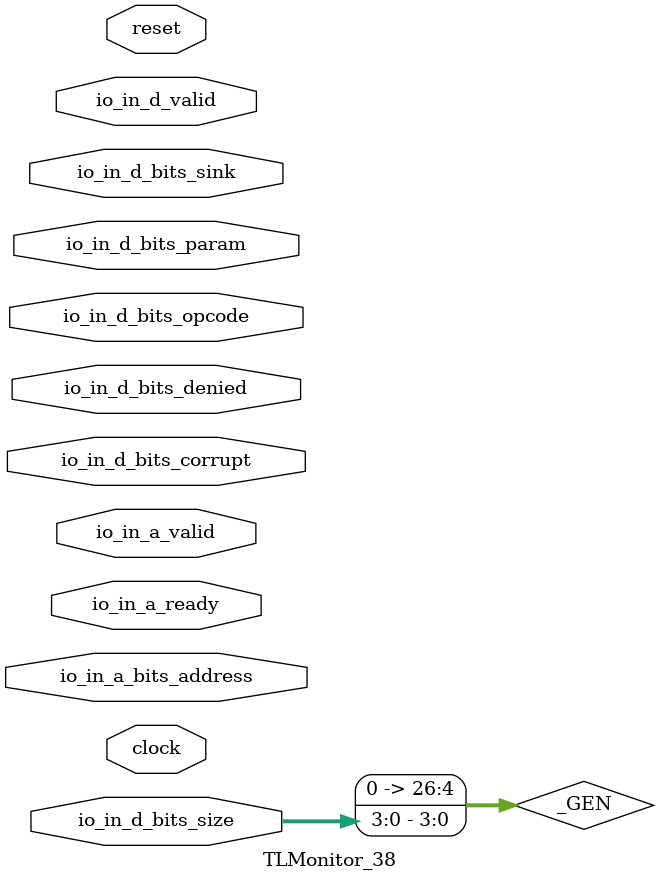
<source format=sv>
`ifndef RANDOMIZE
  `ifdef RANDOMIZE_REG_INIT
    `define RANDOMIZE
  `endif // RANDOMIZE_REG_INIT
`endif // not def RANDOMIZE
`ifndef RANDOMIZE
  `ifdef RANDOMIZE_MEM_INIT
    `define RANDOMIZE
  `endif // RANDOMIZE_MEM_INIT
`endif // not def RANDOMIZE

`ifndef RANDOM
  `define RANDOM $random
`endif // not def RANDOM

// Users can define 'PRINTF_COND' to add an extra gate to prints.
`ifndef PRINTF_COND_
  `ifdef PRINTF_COND
    `define PRINTF_COND_ (`PRINTF_COND)
  `else  // PRINTF_COND
    `define PRINTF_COND_ 1
  `endif // PRINTF_COND
`endif // not def PRINTF_COND_

// Users can define 'ASSERT_VERBOSE_COND' to add an extra gate to assert error printing.
`ifndef ASSERT_VERBOSE_COND_
  `ifdef ASSERT_VERBOSE_COND
    `define ASSERT_VERBOSE_COND_ (`ASSERT_VERBOSE_COND)
  `else  // ASSERT_VERBOSE_COND
    `define ASSERT_VERBOSE_COND_ 1
  `endif // ASSERT_VERBOSE_COND
`endif // not def ASSERT_VERBOSE_COND_

// Users can define 'STOP_COND' to add an extra gate to stop conditions.
`ifndef STOP_COND_
  `ifdef STOP_COND
    `define STOP_COND_ (`STOP_COND)
  `else  // STOP_COND
    `define STOP_COND_ 1
  `endif // STOP_COND
`endif // not def STOP_COND_

// Users can define INIT_RANDOM as general code that gets injected into the
// initializer block for modules with registers.
`ifndef INIT_RANDOM
  `define INIT_RANDOM
`endif // not def INIT_RANDOM

// If using random initialization, you can also define RANDOMIZE_DELAY to
// customize the delay used, otherwise 0.002 is used.
`ifndef RANDOMIZE_DELAY
  `define RANDOMIZE_DELAY 0.002
`endif // not def RANDOMIZE_DELAY

// Define INIT_RANDOM_PROLOG_ for use in our modules below.
`ifndef INIT_RANDOM_PROLOG_
  `ifdef RANDOMIZE
    `ifdef VERILATOR
      `define INIT_RANDOM_PROLOG_ `INIT_RANDOM
    `else  // VERILATOR
      `define INIT_RANDOM_PROLOG_ `INIT_RANDOM #`RANDOMIZE_DELAY begin end
    `endif // VERILATOR
  `else  // RANDOMIZE
    `define INIT_RANDOM_PROLOG_
  `endif // RANDOMIZE
`endif // not def INIT_RANDOM_PROLOG_

module TLMonitor_38(
  input        clock,
               reset,
               io_in_a_ready,
               io_in_a_valid,
  input [30:0] io_in_a_bits_address,
  input        io_in_d_valid,
  input [2:0]  io_in_d_bits_opcode,
  input [1:0]  io_in_d_bits_param,
  input [3:0]  io_in_d_bits_size,
  input        io_in_d_bits_sink,
               io_in_d_bits_denied,
               io_in_d_bits_corrupt
);

  wire [31:0] _plusarg_reader_1_out;	// @[PlusArg.scala:80:11]
  wire [31:0] _plusarg_reader_out;	// @[PlusArg.scala:80:11]
  wire        a_set = io_in_a_ready & io_in_a_valid;	// @[Decoupled.scala:51:35]
  reg  [8:0]  d_first_counter;	// @[Edges.scala:229:27]
  reg  [2:0]  opcode_1;	// @[Monitor.scala:535:22]
  reg  [1:0]  param_1;	// @[Monitor.scala:536:22]
  reg  [3:0]  size_1;	// @[Monitor.scala:537:22]
  reg         source_1;	// @[Monitor.scala:538:22]
  reg         sink;	// @[Monitor.scala:539:22]
  reg         denied;	// @[Monitor.scala:540:22]
  reg         inflight;	// @[Monitor.scala:611:27]
  reg  [3:0]  inflight_opcodes;	// @[Monitor.scala:613:35]
  reg  [7:0]  inflight_sizes;	// @[Monitor.scala:615:33]
  reg  [8:0]  d_first_counter_1;	// @[Edges.scala:229:27]
  wire        d_first_1 = d_first_counter_1 == 9'h0;	// @[Edges.scala:229:27, :231:25]
  wire        d_release_ack = io_in_d_bits_opcode == 3'h6;	// @[Monitor.scala:81:25, :670:46]
  reg  [31:0] watchdog;	// @[Monitor.scala:706:27]
  reg  [8:0]  d_first_counter_2;	// @[Edges.scala:229:27]
  wire        d_first_2 = d_first_counter_2 == 9'h0;	// @[Edges.scala:229:27, :231:25]
  wire [26:0] _GEN = {23'h0, io_in_d_bits_size};	// @[package.scala:235:71]
  wire [26:0] _d_first_beats1_decode_T_1 = 27'hFFF << _GEN;	// @[package.scala:235:71]
  wire [26:0] _d_first_beats1_decode_T_5 = 27'hFFF << _GEN;	// @[package.scala:235:71]
  wire [26:0] _d_first_beats1_decode_T_9 = 27'hFFF << _GEN;	// @[package.scala:235:71]
  wire        d_clr = io_in_d_valid & d_first_1 & ~d_release_ack;	// @[Edges.scala:231:25, Monitor.scala:670:46, :671:74, :675:72]
  wire        _T_1002 = io_in_d_valid & ~(|d_first_counter);	// @[Edges.scala:229:27, :231:25, Monitor.scala:549:20]
  always @(posedge clock) begin
    if (reset) begin
      d_first_counter <= 9'h0;	// @[Edges.scala:229:27]
      inflight <= 1'h0;	// @[Monitor.scala:611:27]
      inflight_opcodes <= 4'h0;	// @[Misc.scala:205:21, Monitor.scala:613:35, :657:77]
      inflight_sizes <= 8'h0;	// @[Monitor.scala:615:33, :745:35]
      d_first_counter_1 <= 9'h0;	// @[Edges.scala:229:27]
      watchdog <= 32'h0;	// @[Monitor.scala:706:27]
      d_first_counter_2 <= 9'h0;	// @[Edges.scala:229:27]
    end
    else begin
      if (io_in_d_valid) begin
        if (|d_first_counter)	// @[Edges.scala:229:27, :231:25]
          d_first_counter <= d_first_counter - 9'h1;	// @[Edges.scala:229:27, :230:28]
        else if (io_in_d_bits_opcode[0])	// @[Edges.scala:106:36]
          d_first_counter <= ~(_d_first_beats1_decode_T_1[11:3]);	// @[Edges.scala:229:27, package.scala:235:{46,71,76}]
        else	// @[Edges.scala:106:36]
          d_first_counter <= 9'h0;	// @[Edges.scala:229:27]
        if (d_first_1) begin	// @[Edges.scala:231:25]
          if (io_in_d_bits_opcode[0])	// @[Edges.scala:106:36]
            d_first_counter_1 <= ~(_d_first_beats1_decode_T_5[11:3]);	// @[Edges.scala:229:27, package.scala:235:{46,71,76}]
          else	// @[Edges.scala:106:36]
            d_first_counter_1 <= 9'h0;	// @[Edges.scala:229:27]
        end
        else	// @[Edges.scala:231:25]
          d_first_counter_1 <= d_first_counter_1 - 9'h1;	// @[Edges.scala:229:27, :230:28]
        if (d_first_2) begin	// @[Edges.scala:231:25]
          if (io_in_d_bits_opcode[0])	// @[Edges.scala:106:36]
            d_first_counter_2 <= ~(_d_first_beats1_decode_T_9[11:3]);	// @[Edges.scala:229:27, package.scala:235:{46,71,76}]
          else	// @[Edges.scala:106:36]
            d_first_counter_2 <= 9'h0;	// @[Edges.scala:229:27]
        end
        else	// @[Edges.scala:231:25]
          d_first_counter_2 <= d_first_counter_2 - 9'h1;	// @[Edges.scala:229:27, :230:28]
      end
      inflight <= (inflight | a_set) & ~d_clr;	// @[Decoupled.scala:51:35, Monitor.scala:611:27, :675:72, :702:{27,36,38}]
      inflight_opcodes <= (inflight_opcodes | (a_set ? {3'h0, a_set} : 4'h0)) & ~{4{d_clr}};	// @[Decoupled.scala:51:35, Misc.scala:205:21, Monitor.scala:613:35, :627:33, :652:72, :656:28, :657:77, :665:33, :675:{72,91}, :677:21, :703:{43,60,62}]
      inflight_sizes <= (inflight_sizes | (a_set ? {3'h0, a_set ? 5'h5 : 5'h0} : 8'h0)) & ~{8{d_clr}};	// @[Decoupled.scala:51:35, Monitor.scala:615:33, :629:31, :645:38, :652:72, :655:{28,59}, :657:28, :667:31, :675:{72,91}, :678:21, :704:{39,54,56}, :745:35]
      if (a_set | io_in_d_valid)	// @[Decoupled.scala:51:35, Monitor.scala:712:27]
        watchdog <= 32'h0;	// @[Monitor.scala:706:27]
      else	// @[Monitor.scala:712:27]
        watchdog <= watchdog + 32'h1;	// @[Monitor.scala:706:27, :711:26]
    end
    if (_T_1002) begin	// @[Monitor.scala:549:20]
      opcode_1 <= io_in_d_bits_opcode;	// @[Monitor.scala:535:22]
      param_1 <= io_in_d_bits_param;	// @[Monitor.scala:536:22]
      size_1 <= io_in_d_bits_size;	// @[Monitor.scala:537:22]
      sink <= io_in_d_bits_sink;	// @[Monitor.scala:539:22]
      denied <= io_in_d_bits_denied;	// @[Monitor.scala:540:22]
    end
    source_1 <= ~_T_1002 & source_1;	// @[Monitor.scala:538:22, :549:{20,32}, :553:15]
  end // always @(posedge)
  `ifndef SYNTHESIS
    wire  [7:0][2:0] _GEN_0 = '{3'h4, 3'h5, 3'h2, 3'h1, 3'h1, 3'h1, 3'h0, 3'h0};	// @[Monitor.scala:690:38]
    wire  [7:0][2:0] _GEN_1 = '{3'h4, 3'h4, 3'h2, 3'h1, 3'h1, 3'h1, 3'h0, 3'h0};	// @[Monitor.scala:689:38]
    wire             mask_eq_2 = ~(io_in_a_bits_address[2]) & ~(io_in_a_bits_address[1]);	// @[Misc.scala:209:26, :210:20, :213:27]
    wire             mask_eq_3 = ~(io_in_a_bits_address[2]) & io_in_a_bits_address[1];	// @[Misc.scala:209:26, :210:20, :213:27]
    wire             mask_eq_4 = io_in_a_bits_address[2] & ~(io_in_a_bits_address[1]);	// @[Misc.scala:209:26, :210:20, :213:27]
    wire             mask_eq_5 = io_in_a_bits_address[2] & io_in_a_bits_address[1];	// @[Misc.scala:209:26, :213:27]
    wire             _GEN_2 = io_in_d_valid & io_in_d_bits_opcode == 3'h6;	// @[Monitor.scala:81:25, :310:{25,52}]
    wire             _GEN_3 = io_in_d_bits_size < 4'h3;	// @[Monitor.scala:312:27]
    wire             _GEN_4 = io_in_d_valid & io_in_d_bits_opcode == 3'h4;	// @[Monitor.scala:104:25, :318:{25,47}]
    wire             _GEN_5 = io_in_d_bits_param == 2'h2;	// @[Bundles.scala:111:27, Monitor.scala:323:28]
    wire             _GEN_6 = io_in_d_valid & io_in_d_bits_opcode == 3'h5;	// @[Monitor.scala:146:25, :328:{25,51}]
    wire             _GEN_7 = io_in_d_valid & ~(|io_in_d_bits_opcode);	// @[Monitor.scala:338:{25,51}]
    wire             _GEN_8 = io_in_d_valid & io_in_d_bits_opcode == 3'h1;	// @[Misc.scala:201:81, Monitor.scala:346:{25,55}]
    wire             _GEN_9 = io_in_d_valid & io_in_d_bits_opcode == 3'h2;	// @[Monitor.scala:354:{25,49}, :640:42]
    wire             _T_976 = io_in_d_valid & (|d_first_counter);	// @[Edges.scala:229:27, :231:25, Monitor.scala:541:19]
    wire             _T_1055 = io_in_d_valid & d_first_1;	// @[Edges.scala:231:25, Monitor.scala:671:26]
    wire             _T_1026 = _T_1055 & ~d_release_ack;	// @[Monitor.scala:670:46, :671:{26,74}, :680:71]
    wire             _GEN_10 = _T_1026 & io_in_a_valid;	// @[Monitor.scala:680:71, :684:30]
    wire             _GEN_11 = _T_1026 & ~io_in_a_valid;	// @[Monitor.scala:680:71, :684:30]
    wire             _T_1112 = io_in_d_valid & d_first_2 & d_release_ack;	// @[Edges.scala:231:25, Monitor.scala:670:46, :791:71]
    always @(posedge clock) begin	// @[Monitor.scala:42:11]
      if (io_in_a_valid & ~reset & ~(io_in_a_bits_address[30:12] == 19'h3 | {io_in_a_bits_address[30:15], io_in_a_bits_address[13:12]} == 18'h0 | {io_in_a_bits_address[30:17] ^ 14'h8, io_in_a_bits_address[15:12]} == 18'h0 | io_in_a_bits_address[30:16] == 15'h200 | io_in_a_bits_address[30:12] == 19'h2010 | io_in_a_bits_address[30:26] == 5'h3 | io_in_a_bits_address[30:12] == 19'h54000)) begin	// @[Monitor.scala:42:11, :706:27, Parameters.scala:137:{31,45,65}, :673:26]
        if (`ASSERT_VERBOSE_COND_)	// @[Monitor.scala:42:11]
          $error("Assertion failed: 'A' channel carries PutFull type which is unexpected using diplomatic parameters (connected at BusWrapper.scala:90:33)\n    at Monitor.scala:42 assert(cond, message)\n");	// @[Monitor.scala:42:11]
        if (`STOP_COND_)	// @[Monitor.scala:42:11]
          $fatal;	// @[Monitor.scala:42:11]
      end
      if (io_in_a_valid & ~reset & (|(io_in_a_bits_address[1:0]))) begin	// @[Edges.scala:21:{16,24}, Monitor.scala:42:11]
        if (`ASSERT_VERBOSE_COND_)	// @[Monitor.scala:42:11]
          $error("Assertion failed: 'A' channel PutFull address not aligned to size (connected at BusWrapper.scala:90:33)\n    at Monitor.scala:42 assert(cond, message)\n");	// @[Monitor.scala:42:11]
        if (`STOP_COND_)	// @[Monitor.scala:42:11]
          $fatal;	// @[Monitor.scala:42:11]
      end
      if (io_in_a_valid & ~reset & {io_in_a_bits_address[2] | mask_eq_5 & io_in_a_bits_address[0], io_in_a_bits_address[2] | mask_eq_5 & ~(io_in_a_bits_address[0]), io_in_a_bits_address[2] | mask_eq_4 & io_in_a_bits_address[0], io_in_a_bits_address[2] | mask_eq_4 & ~(io_in_a_bits_address[0]), ~(io_in_a_bits_address[2]) | mask_eq_3 & io_in_a_bits_address[0], ~(io_in_a_bits_address[2]) | mask_eq_3 & ~(io_in_a_bits_address[0]), ~(io_in_a_bits_address[2]) | mask_eq_2 & io_in_a_bits_address[0], ~(io_in_a_bits_address[2]) | mask_eq_2 & ~(io_in_a_bits_address[0])} != 8'hF) begin	// @[Cat.scala:33:92, Misc.scala:209:26, :210:20, :213:27, :214:29, Monitor.scala:42:11, :119:30]
        if (`ASSERT_VERBOSE_COND_)	// @[Monitor.scala:42:11]
          $error("Assertion failed: 'A' channel PutFull contains invalid mask (connected at BusWrapper.scala:90:33)\n    at Monitor.scala:42 assert(cond, message)\n");	// @[Monitor.scala:42:11]
        if (`STOP_COND_)	// @[Monitor.scala:42:11]
          $fatal;	// @[Monitor.scala:42:11]
      end
      if (io_in_d_valid & ~reset & (&io_in_d_bits_opcode)) begin	// @[Bundles.scala:45:24, Monitor.scala:49:11]
        if (`ASSERT_VERBOSE_COND_)	// @[Monitor.scala:49:11]
          $error("Assertion failed: 'D' channel has invalid opcode (connected at BusWrapper.scala:90:33)\n    at Monitor.scala:49 assert(cond, message)\n");	// @[Monitor.scala:49:11]
        if (`STOP_COND_)	// @[Monitor.scala:49:11]
          $fatal;	// @[Monitor.scala:49:11]
      end
      if (_GEN_2 & ~reset & _GEN_3) begin	// @[Monitor.scala:49:11, :310:52, :312:27]
        if (`ASSERT_VERBOSE_COND_)	// @[Monitor.scala:49:11]
          $error("Assertion failed: 'D' channel ReleaseAck smaller than a beat (connected at BusWrapper.scala:90:33)\n    at Monitor.scala:49 assert(cond, message)\n");	// @[Monitor.scala:49:11]
        if (`STOP_COND_)	// @[Monitor.scala:49:11]
          $fatal;	// @[Monitor.scala:49:11]
      end
      if (_GEN_2 & ~reset & (|io_in_d_bits_param)) begin	// @[Monitor.scala:49:11, :310:52, :313:28]
        if (`ASSERT_VERBOSE_COND_)	// @[Monitor.scala:49:11]
          $error("Assertion failed: 'D' channel ReleaseeAck carries invalid param (connected at BusWrapper.scala:90:33)\n    at Monitor.scala:49 assert(cond, message)\n");	// @[Monitor.scala:49:11]
        if (`STOP_COND_)	// @[Monitor.scala:49:11]
          $fatal;	// @[Monitor.scala:49:11]
      end
      if (_GEN_2 & ~reset & io_in_d_bits_corrupt) begin	// @[Monitor.scala:49:11, :310:52]
        if (`ASSERT_VERBOSE_COND_)	// @[Monitor.scala:49:11]
          $error("Assertion failed: 'D' channel ReleaseAck is corrupt (connected at BusWrapper.scala:90:33)\n    at Monitor.scala:49 assert(cond, message)\n");	// @[Monitor.scala:49:11]
        if (`STOP_COND_)	// @[Monitor.scala:49:11]
          $fatal;	// @[Monitor.scala:49:11]
      end
      if (_GEN_2 & ~reset & io_in_d_bits_denied) begin	// @[Monitor.scala:49:11, :310:52]
        if (`ASSERT_VERBOSE_COND_)	// @[Monitor.scala:49:11]
          $error("Assertion failed: 'D' channel ReleaseAck is denied (connected at BusWrapper.scala:90:33)\n    at Monitor.scala:49 assert(cond, message)\n");	// @[Monitor.scala:49:11]
        if (`STOP_COND_)	// @[Monitor.scala:49:11]
          $fatal;	// @[Monitor.scala:49:11]
      end
      if (_GEN_4 & ~reset) begin	// @[Monitor.scala:49:11, :318:47]
        if (`ASSERT_VERBOSE_COND_)	// @[Monitor.scala:49:11]
          $error("Assertion failed: 'D' channel Grant carries invalid sink ID (connected at BusWrapper.scala:90:33)\n    at Monitor.scala:49 assert(cond, message)\n");	// @[Monitor.scala:49:11]
        if (`STOP_COND_)	// @[Monitor.scala:49:11]
          $fatal;	// @[Monitor.scala:49:11]
      end
      if (_GEN_4 & ~reset & _GEN_3) begin	// @[Monitor.scala:49:11, :312:27, :318:47]
        if (`ASSERT_VERBOSE_COND_)	// @[Monitor.scala:49:11]
          $error("Assertion failed: 'D' channel Grant smaller than a beat (connected at BusWrapper.scala:90:33)\n    at Monitor.scala:49 assert(cond, message)\n");	// @[Monitor.scala:49:11]
        if (`STOP_COND_)	// @[Monitor.scala:49:11]
          $fatal;	// @[Monitor.scala:49:11]
      end
      if (_GEN_4 & ~reset & (&io_in_d_bits_param)) begin	// @[Bundles.scala:105:26, Monitor.scala:49:11, :318:47]
        if (`ASSERT_VERBOSE_COND_)	// @[Monitor.scala:49:11]
          $error("Assertion failed: 'D' channel Grant carries invalid cap param (connected at BusWrapper.scala:90:33)\n    at Monitor.scala:49 assert(cond, message)\n");	// @[Monitor.scala:49:11]
        if (`STOP_COND_)	// @[Monitor.scala:49:11]
          $fatal;	// @[Monitor.scala:49:11]
      end
      if (_GEN_4 & ~reset & _GEN_5) begin	// @[Monitor.scala:49:11, :318:47, :323:28]
        if (`ASSERT_VERBOSE_COND_)	// @[Monitor.scala:49:11]
          $error("Assertion failed: 'D' channel Grant carries toN param (connected at BusWrapper.scala:90:33)\n    at Monitor.scala:49 assert(cond, message)\n");	// @[Monitor.scala:49:11]
        if (`STOP_COND_)	// @[Monitor.scala:49:11]
          $fatal;	// @[Monitor.scala:49:11]
      end
      if (_GEN_4 & ~reset & io_in_d_bits_corrupt) begin	// @[Monitor.scala:49:11, :318:47]
        if (`ASSERT_VERBOSE_COND_)	// @[Monitor.scala:49:11]
          $error("Assertion failed: 'D' channel Grant is corrupt (connected at BusWrapper.scala:90:33)\n    at Monitor.scala:49 assert(cond, message)\n");	// @[Monitor.scala:49:11]
        if (`STOP_COND_)	// @[Monitor.scala:49:11]
          $fatal;	// @[Monitor.scala:49:11]
      end
      if (_GEN_6 & ~reset) begin	// @[Monitor.scala:49:11, :328:51]
        if (`ASSERT_VERBOSE_COND_)	// @[Monitor.scala:49:11]
          $error("Assertion failed: 'D' channel GrantData carries invalid sink ID (connected at BusWrapper.scala:90:33)\n    at Monitor.scala:49 assert(cond, message)\n");	// @[Monitor.scala:49:11]
        if (`STOP_COND_)	// @[Monitor.scala:49:11]
          $fatal;	// @[Monitor.scala:49:11]
      end
      if (_GEN_6 & ~reset & _GEN_3) begin	// @[Monitor.scala:49:11, :312:27, :328:51]
        if (`ASSERT_VERBOSE_COND_)	// @[Monitor.scala:49:11]
          $error("Assertion failed: 'D' channel GrantData smaller than a beat (connected at BusWrapper.scala:90:33)\n    at Monitor.scala:49 assert(cond, message)\n");	// @[Monitor.scala:49:11]
        if (`STOP_COND_)	// @[Monitor.scala:49:11]
          $fatal;	// @[Monitor.scala:49:11]
      end
      if (_GEN_6 & ~reset & (&io_in_d_bits_param)) begin	// @[Bundles.scala:105:26, Monitor.scala:49:11, :328:51]
        if (`ASSERT_VERBOSE_COND_)	// @[Monitor.scala:49:11]
          $error("Assertion failed: 'D' channel GrantData carries invalid cap param (connected at BusWrapper.scala:90:33)\n    at Monitor.scala:49 assert(cond, message)\n");	// @[Monitor.scala:49:11]
        if (`STOP_COND_)	// @[Monitor.scala:49:11]
          $fatal;	// @[Monitor.scala:49:11]
      end
      if (_GEN_6 & ~reset & _GEN_5) begin	// @[Monitor.scala:49:11, :323:28, :328:51]
        if (`ASSERT_VERBOSE_COND_)	// @[Monitor.scala:49:11]
          $error("Assertion failed: 'D' channel GrantData carries toN param (connected at BusWrapper.scala:90:33)\n    at Monitor.scala:49 assert(cond, message)\n");	// @[Monitor.scala:49:11]
        if (`STOP_COND_)	// @[Monitor.scala:49:11]
          $fatal;	// @[Monitor.scala:49:11]
      end
      if (_GEN_6 & ~reset & ~(~io_in_d_bits_denied | io_in_d_bits_corrupt)) begin	// @[Monitor.scala:49:11, :328:51, :334:{15,30}]
        if (`ASSERT_VERBOSE_COND_)	// @[Monitor.scala:49:11]
          $error("Assertion failed: 'D' channel GrantData is denied but not corrupt (connected at BusWrapper.scala:90:33)\n    at Monitor.scala:49 assert(cond, message)\n");	// @[Monitor.scala:49:11]
        if (`STOP_COND_)	// @[Monitor.scala:49:11]
          $fatal;	// @[Monitor.scala:49:11]
      end
      if (_GEN_7 & ~reset & (|io_in_d_bits_param)) begin	// @[Monitor.scala:49:11, :338:51, :341:28]
        if (`ASSERT_VERBOSE_COND_)	// @[Monitor.scala:49:11]
          $error("Assertion failed: 'D' channel AccessAck carries invalid param (connected at BusWrapper.scala:90:33)\n    at Monitor.scala:49 assert(cond, message)\n");	// @[Monitor.scala:49:11]
        if (`STOP_COND_)	// @[Monitor.scala:49:11]
          $fatal;	// @[Monitor.scala:49:11]
      end
      if (_GEN_7 & ~reset & io_in_d_bits_corrupt) begin	// @[Monitor.scala:49:11, :338:51]
        if (`ASSERT_VERBOSE_COND_)	// @[Monitor.scala:49:11]
          $error("Assertion failed: 'D' channel AccessAck is corrupt (connected at BusWrapper.scala:90:33)\n    at Monitor.scala:49 assert(cond, message)\n");	// @[Monitor.scala:49:11]
        if (`STOP_COND_)	// @[Monitor.scala:49:11]
          $fatal;	// @[Monitor.scala:49:11]
      end
      if (_GEN_8 & ~reset & (|io_in_d_bits_param)) begin	// @[Monitor.scala:49:11, :346:55, :349:28]
        if (`ASSERT_VERBOSE_COND_)	// @[Monitor.scala:49:11]
          $error("Assertion failed: 'D' channel AccessAckData carries invalid param (connected at BusWrapper.scala:90:33)\n    at Monitor.scala:49 assert(cond, message)\n");	// @[Monitor.scala:49:11]
        if (`STOP_COND_)	// @[Monitor.scala:49:11]
          $fatal;	// @[Monitor.scala:49:11]
      end
      if (_GEN_8 & ~reset & ~(~io_in_d_bits_denied | io_in_d_bits_corrupt)) begin	// @[Monitor.scala:49:11, :346:55, :350:{15,30}]
        if (`ASSERT_VERBOSE_COND_)	// @[Monitor.scala:49:11]
          $error("Assertion failed: 'D' channel AccessAckData is denied but not corrupt (connected at BusWrapper.scala:90:33)\n    at Monitor.scala:49 assert(cond, message)\n");	// @[Monitor.scala:49:11]
        if (`STOP_COND_)	// @[Monitor.scala:49:11]
          $fatal;	// @[Monitor.scala:49:11]
      end
      if (_GEN_9 & ~reset & (|io_in_d_bits_param)) begin	// @[Monitor.scala:49:11, :354:49, :357:28]
        if (`ASSERT_VERBOSE_COND_)	// @[Monitor.scala:49:11]
          $error("Assertion failed: 'D' channel HintAck carries invalid param (connected at BusWrapper.scala:90:33)\n    at Monitor.scala:49 assert(cond, message)\n");	// @[Monitor.scala:49:11]
        if (`STOP_COND_)	// @[Monitor.scala:49:11]
          $fatal;	// @[Monitor.scala:49:11]
      end
      if (_GEN_9 & ~reset & io_in_d_bits_corrupt) begin	// @[Monitor.scala:49:11, :354:49]
        if (`ASSERT_VERBOSE_COND_)	// @[Monitor.scala:49:11]
          $error("Assertion failed: 'D' channel HintAck is corrupt (connected at BusWrapper.scala:90:33)\n    at Monitor.scala:49 assert(cond, message)\n");	// @[Monitor.scala:49:11]
        if (`STOP_COND_)	// @[Monitor.scala:49:11]
          $fatal;	// @[Monitor.scala:49:11]
      end
      if (_T_976 & ~reset & io_in_d_bits_opcode != opcode_1) begin	// @[Monitor.scala:49:11, :535:22, :541:19, :542:29]
        if (`ASSERT_VERBOSE_COND_)	// @[Monitor.scala:49:11]
          $error("Assertion failed: 'D' channel opcode changed within multibeat operation (connected at BusWrapper.scala:90:33)\n    at Monitor.scala:49 assert(cond, message)\n");	// @[Monitor.scala:49:11]
        if (`STOP_COND_)	// @[Monitor.scala:49:11]
          $fatal;	// @[Monitor.scala:49:11]
      end
      if (_T_976 & ~reset & io_in_d_bits_param != param_1) begin	// @[Monitor.scala:49:11, :536:22, :541:19, :543:29]
        if (`ASSERT_VERBOSE_COND_)	// @[Monitor.scala:49:11]
          $error("Assertion failed: 'D' channel param changed within multibeat operation (connected at BusWrapper.scala:90:33)\n    at Monitor.scala:49 assert(cond, message)\n");	// @[Monitor.scala:49:11]
        if (`STOP_COND_)	// @[Monitor.scala:49:11]
          $fatal;	// @[Monitor.scala:49:11]
      end
      if (_T_976 & ~reset & io_in_d_bits_size != size_1) begin	// @[Monitor.scala:49:11, :537:22, :541:19, :544:29]
        if (`ASSERT_VERBOSE_COND_)	// @[Monitor.scala:49:11]
          $error("Assertion failed: 'D' channel size changed within multibeat operation (connected at BusWrapper.scala:90:33)\n    at Monitor.scala:49 assert(cond, message)\n");	// @[Monitor.scala:49:11]
        if (`STOP_COND_)	// @[Monitor.scala:49:11]
          $fatal;	// @[Monitor.scala:49:11]
      end
      if (_T_976 & ~reset & source_1) begin	// @[Monitor.scala:49:11, :538:22, :541:19]
        if (`ASSERT_VERBOSE_COND_)	// @[Monitor.scala:49:11]
          $error("Assertion failed: 'D' channel source changed within multibeat operation (connected at BusWrapper.scala:90:33)\n    at Monitor.scala:49 assert(cond, message)\n");	// @[Monitor.scala:49:11]
        if (`STOP_COND_)	// @[Monitor.scala:49:11]
          $fatal;	// @[Monitor.scala:49:11]
      end
      if (_T_976 & ~reset & io_in_d_bits_sink != sink) begin	// @[Monitor.scala:49:11, :539:22, :541:19, :546:29]
        if (`ASSERT_VERBOSE_COND_)	// @[Monitor.scala:49:11]
          $error("Assertion failed: 'D' channel sink changed with multibeat operation (connected at BusWrapper.scala:90:33)\n    at Monitor.scala:49 assert(cond, message)\n");	// @[Monitor.scala:49:11]
        if (`STOP_COND_)	// @[Monitor.scala:49:11]
          $fatal;	// @[Monitor.scala:49:11]
      end
      if (_T_976 & ~reset & io_in_d_bits_denied != denied) begin	// @[Monitor.scala:49:11, :540:22, :541:19, :547:29]
        if (`ASSERT_VERBOSE_COND_)	// @[Monitor.scala:49:11]
          $error("Assertion failed: 'D' channel denied changed with multibeat operation (connected at BusWrapper.scala:90:33)\n    at Monitor.scala:49 assert(cond, message)\n");	// @[Monitor.scala:49:11]
        if (`STOP_COND_)	// @[Monitor.scala:49:11]
          $fatal;	// @[Monitor.scala:49:11]
      end
      if (a_set & ~reset & inflight) begin	// @[Decoupled.scala:51:35, Monitor.scala:42:11, :611:27]
        if (`ASSERT_VERBOSE_COND_)	// @[Monitor.scala:42:11]
          $error("Assertion failed: 'A' channel re-used a source ID (connected at BusWrapper.scala:90:33)\n    at Monitor.scala:42 assert(cond, message)\n");	// @[Monitor.scala:42:11]
        if (`STOP_COND_)	// @[Monitor.scala:42:11]
          $fatal;	// @[Monitor.scala:42:11]
      end
      if (_T_1026 & ~reset & ~(inflight | io_in_a_valid)) begin	// @[Monitor.scala:49:11, :611:27, :680:71, :682:49]
        if (`ASSERT_VERBOSE_COND_)	// @[Monitor.scala:49:11]
          $error("Assertion failed: 'D' channel acknowledged for nothing inflight (connected at BusWrapper.scala:90:33)\n    at Monitor.scala:49 assert(cond, message)\n");	// @[Monitor.scala:49:11]
        if (`STOP_COND_)	// @[Monitor.scala:49:11]
          $fatal;	// @[Monitor.scala:49:11]
      end
      if (_GEN_10 & ~reset & ~(~(|io_in_d_bits_opcode) | ~(|io_in_d_bits_opcode))) begin	// @[Monitor.scala:49:11, :338:25, :684:30, :685:{38,77}, :686:39]
        if (`ASSERT_VERBOSE_COND_)	// @[Monitor.scala:49:11]
          $error("Assertion failed: 'D' channel contains improper opcode response (connected at BusWrapper.scala:90:33)\n    at Monitor.scala:49 assert(cond, message)\n");	// @[Monitor.scala:49:11]
        if (`STOP_COND_)	// @[Monitor.scala:49:11]
          $fatal;	// @[Monitor.scala:49:11]
      end
      if (_GEN_10 & ~reset & io_in_d_bits_size != 4'h2) begin	// @[Monitor.scala:49:11, :684:30, :687:36]
        if (`ASSERT_VERBOSE_COND_)	// @[Monitor.scala:49:11]
          $error("Assertion failed: 'D' channel contains improper response size (connected at BusWrapper.scala:90:33)\n    at Monitor.scala:49 assert(cond, message)\n");	// @[Monitor.scala:49:11]
        if (`STOP_COND_)	// @[Monitor.scala:49:11]
          $fatal;	// @[Monitor.scala:49:11]
      end
      if (_GEN_11 & ~reset & ~(io_in_d_bits_opcode == _GEN_1[inflight_opcodes[3:1]] | io_in_d_bits_opcode == _GEN_0[inflight_opcodes[3:1]])) begin	// @[Monitor.scala:42:11, :49:11, :613:35, :634:152, :684:30, :689:{38,72}, :690:38]
        if (`ASSERT_VERBOSE_COND_)	// @[Monitor.scala:49:11]
          $error("Assertion failed: 'D' channel contains improper opcode response (connected at BusWrapper.scala:90:33)\n    at Monitor.scala:49 assert(cond, message)\n");	// @[Monitor.scala:49:11]
        if (`STOP_COND_)	// @[Monitor.scala:49:11]
          $fatal;	// @[Monitor.scala:49:11]
      end
      if (_GEN_11 & ~reset & {4'h0, io_in_d_bits_size} != {1'h0, inflight_sizes[7:1]}) begin	// @[Misc.scala:205:21, Monitor.scala:42:11, :49:11, :615:33, :638:{19,144}, :657:77, :684:30, :691:36]
        if (`ASSERT_VERBOSE_COND_)	// @[Monitor.scala:49:11]
          $error("Assertion failed: 'D' channel contains improper response size (connected at BusWrapper.scala:90:33)\n    at Monitor.scala:49 assert(cond, message)\n");	// @[Monitor.scala:49:11]
        if (`STOP_COND_)	// @[Monitor.scala:49:11]
          $fatal;	// @[Monitor.scala:49:11]
      end
      if (_T_1055 & io_in_a_valid & ~d_release_ack & ~reset & ~io_in_a_ready) begin	// @[Monitor.scala:49:11, :670:46, :671:{26,74}]
        if (`ASSERT_VERBOSE_COND_)	// @[Monitor.scala:49:11]
          $error("Assertion failed: ready check\n    at Monitor.scala:49 assert(cond, message)\n");	// @[Monitor.scala:49:11]
        if (`STOP_COND_)	// @[Monitor.scala:49:11]
          $fatal;	// @[Monitor.scala:49:11]
      end
      if (~reset & ~(io_in_a_valid != (_T_1055 & ~d_release_ack) | ~io_in_a_valid)) begin	// @[Monitor.scala:49:11, :670:46, :671:{26,71,74}, :699:{29,48,51}]
        if (`ASSERT_VERBOSE_COND_)	// @[Monitor.scala:49:11]
          $error("Assertion failed: 'A' and 'D' concurrent, despite minlatency 2 (connected at BusWrapper.scala:90:33)\n    at Monitor.scala:49 assert(cond, message)\n");	// @[Monitor.scala:49:11]
        if (`STOP_COND_)	// @[Monitor.scala:49:11]
          $fatal;	// @[Monitor.scala:49:11]
      end
      if (~reset & ~(~inflight | _plusarg_reader_out == 32'h0 | watchdog < _plusarg_reader_out)) begin	// @[Monitor.scala:42:11, :611:27, :706:27, :709:{16,39,47,59}, PlusArg.scala:80:11]
        if (`ASSERT_VERBOSE_COND_)	// @[Monitor.scala:42:11]
          $error("Assertion failed: TileLink timeout expired (connected at BusWrapper.scala:90:33)\n    at Monitor.scala:42 assert(cond, message)\n");	// @[Monitor.scala:42:11]
        if (`STOP_COND_)	// @[Monitor.scala:42:11]
          $fatal;	// @[Monitor.scala:42:11]
      end
      if (_T_1112 & ~reset) begin	// @[Monitor.scala:49:11, :791:71]
        if (`ASSERT_VERBOSE_COND_)	// @[Monitor.scala:49:11]
          $error("Assertion failed: 'D' channel acknowledged for nothing inflight (connected at BusWrapper.scala:90:33)\n    at Monitor.scala:49 assert(cond, message)\n");	// @[Monitor.scala:49:11]
        if (`STOP_COND_)	// @[Monitor.scala:49:11]
          $fatal;	// @[Monitor.scala:49:11]
      end
      if (_T_1112 & ~reset & (|io_in_d_bits_size)) begin	// @[Monitor.scala:49:11, :791:71, :797:36]
        if (`ASSERT_VERBOSE_COND_)	// @[Monitor.scala:49:11]
          $error("Assertion failed: 'D' channel contains improper response size (connected at BusWrapper.scala:90:33)\n    at Monitor.scala:49 assert(cond, message)\n");	// @[Monitor.scala:49:11]
        if (`STOP_COND_)	// @[Monitor.scala:49:11]
          $fatal;	// @[Monitor.scala:49:11]
      end
    end // always @(posedge)
    `ifdef FIRRTL_BEFORE_INITIAL
      `FIRRTL_BEFORE_INITIAL
    `endif // FIRRTL_BEFORE_INITIAL
    logic [31:0]     _RANDOM_0;
    logic [31:0]     _RANDOM_1;
    logic [31:0]     _RANDOM_2;
    logic [31:0]     _RANDOM_3;
    logic [31:0]     _RANDOM_4;
    logic [31:0]     _RANDOM_5;
    initial begin
      `ifdef INIT_RANDOM_PROLOG_
        `INIT_RANDOM_PROLOG_
      `endif // INIT_RANDOM_PROLOG_
      `ifdef RANDOMIZE_REG_INIT
        _RANDOM_0 = `RANDOM;
        _RANDOM_1 = `RANDOM;
        _RANDOM_2 = `RANDOM;
        _RANDOM_3 = `RANDOM;
        _RANDOM_4 = `RANDOM;
        _RANDOM_5 = `RANDOM;
        d_first_counter = _RANDOM_1[27:19];	// @[Edges.scala:229:27]
        opcode_1 = _RANDOM_1[30:28];	// @[Edges.scala:229:27, Monitor.scala:535:22]
        param_1 = {_RANDOM_1[31], _RANDOM_2[0]};	// @[Edges.scala:229:27, Monitor.scala:536:22]
        size_1 = _RANDOM_2[4:1];	// @[Monitor.scala:536:22, :537:22]
        source_1 = _RANDOM_2[5];	// @[Monitor.scala:536:22, :538:22]
        sink = _RANDOM_2[6];	// @[Monitor.scala:536:22, :539:22]
        denied = _RANDOM_2[7];	// @[Monitor.scala:536:22, :540:22]
        inflight = _RANDOM_2[8];	// @[Monitor.scala:536:22, :611:27]
        inflight_opcodes = _RANDOM_2[12:9];	// @[Monitor.scala:536:22, :613:35]
        inflight_sizes = _RANDOM_2[20:13];	// @[Monitor.scala:536:22, :615:33]
        d_first_counter_1 = {_RANDOM_2[31:30], _RANDOM_3[6:0]};	// @[Edges.scala:229:27, Monitor.scala:536:22]
        watchdog = {_RANDOM_3[31:7], _RANDOM_4[6:0]};	// @[Edges.scala:229:27, Monitor.scala:706:27]
        d_first_counter_2 = {_RANDOM_4[31:29], _RANDOM_5[5:0]};	// @[Edges.scala:229:27, Monitor.scala:706:27]
      `endif // RANDOMIZE_REG_INIT
    end // initial
    `ifdef FIRRTL_AFTER_INITIAL
      `FIRRTL_AFTER_INITIAL
    `endif // FIRRTL_AFTER_INITIAL
  `endif // not def SYNTHESIS
  plusarg_reader #(
    .FORMAT("tilelink_timeout=%d"),
    .DEFAULT(0),
    .WIDTH(32)
  ) plusarg_reader (	// @[PlusArg.scala:80:11]
    .out (_plusarg_reader_out)
  );
  plusarg_reader #(
    .FORMAT("tilelink_timeout=%d"),
    .DEFAULT(0),
    .WIDTH(32)
  ) plusarg_reader_1 (	// @[PlusArg.scala:80:11]
    .out (_plusarg_reader_1_out)
  );
endmodule


</source>
